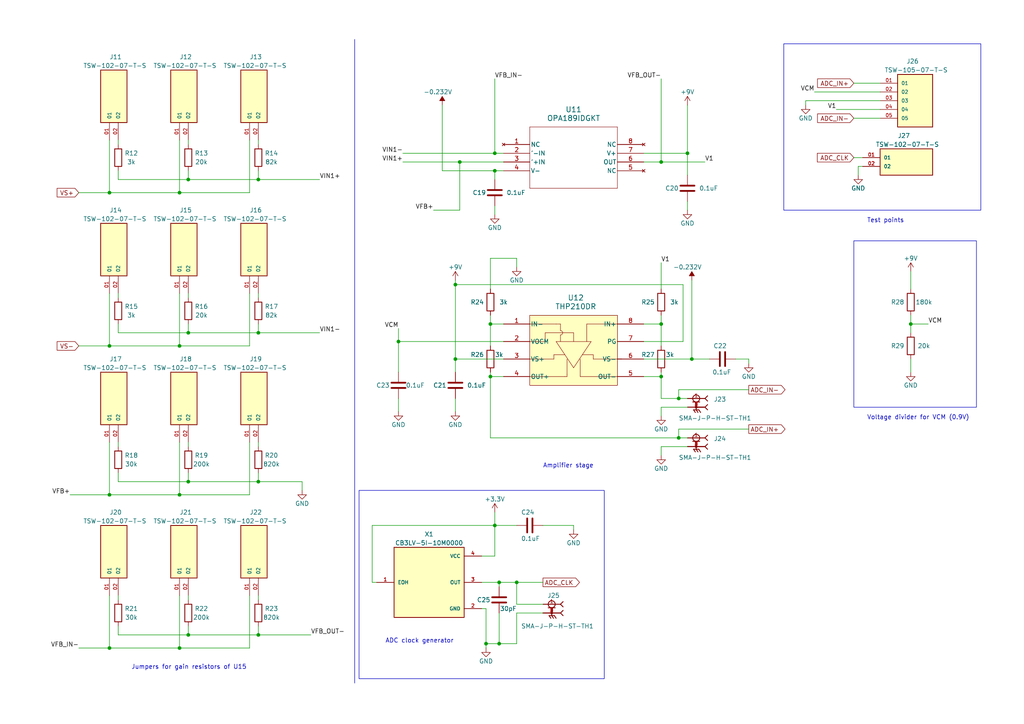
<source format=kicad_sch>
(kicad_sch (version 20231120) (generator "eeschema") (generator_version "8.0")
  (paper "A4")
  (title_block (title "Analog Front End") (date "2024-03-05") (rev "1") (comment 1 "Part of the board dedicated to analog signal processing"))
  (lib_symbols
    (symbol "-0.232V_1" (power) (pin_names (offset 0))
      (property "Value" "-0.232V_1" (at 0 3.81 0))
      (symbol "-0.232V_1_0_1"
        (polyline (pts (xy 0 0) (xy 0 1.27) (xy 0.762 1.27) (xy 0 2.54) (xy -0.762 1.27) (xy 0 1.27)) (fill (type outline)))
      )
      (symbol "-0.232V_1_1_0"
        (pin power_in line (at 0 0 90) (length 0) hide (name "-0.232V") (number "1"))
      )
    )
    (symbol "CB3LV-5I-10M0000:CB3LV-5I-10M0000" (pin_names (offset 1.016))
      (property "Reference" "X" (at -10.1728 10.8086 0))
      (property "Value" "CB3LV-5I-10M0000" (at -10.1735 -12.081 0))
      (symbol "CB3LV-5I-10M0000_0_0"
        (rectangle (start -10.16 10.16) (end 10.16 -10.16) (stroke (width 0.254)) (fill (type background)))
        (pin input line (at -15.24 0 0) (length 5.08) (name "EOH") (number "1"))
        (pin passive line (at 15.24 -7.62 180) (length 5.08) (name "GND") (number "2"))
        (pin output line (at 15.24 0 180) (length 5.08) (name "OUT") (number "3"))
        (pin power_in line (at 15.24 7.62 180) (length 5.08) (name "VCC") (number "4"))
      )
    )
    (symbol "Device:C" (pin_numbers hide) (pin_names (offset 0.254))
      (property "Reference" "C" (at 0.635 2.54 0))
      (property "Value" "C" (at 0.635 -2.54 0))
      (symbol "C_0_1"
        (polyline (pts (xy -2.032 -0.762) (xy 2.032 -0.762)) (stroke (width 0.508)))
        (polyline (pts (xy -2.032 0.762) (xy 2.032 0.762)) (stroke (width 0.508)))
      )
      (symbol "C_1_1"
        (pin passive line (at 0 3.81 270) (length 2.794) (name "~") (number "1"))
        (pin passive line (at 0 -3.81 90) (length 2.794) (name "~") (number "2"))
      )
    )
    (symbol "Device:R" (pin_numbers hide) (pin_names (offset 0))
      (property "Reference" "R" (at 2.032 0 90))
      (property "Value" "R" (at 0 0 90))
      (symbol "R_0_1"
        (rectangle (start -1.016 -2.54) (end 1.016 2.54) (stroke (width 0.254)))
      )
      (symbol "R_1_1"
        (pin passive line (at 0 3.81 270) (length 1.27) (name "~") (number "1"))
        (pin passive line (at 0 -3.81 90) (length 1.27) (name "~") (number "2"))
      )
    )
    (symbol "OPA189DKGT:OPA189IDGKT" (pin_names (offset 0.254))
      (property "Reference" "U" (at 20.32 10.16 0))
      (property "Value" "OPA189IDGKT" (at 20.32 7.62 0))
      (symbol "OPA189IDGKT_0_1"
        (polyline (pts (xy 7.62 -12.7) (xy 33.02 -12.7)) (stroke (width 0.127)))
        (polyline (pts (xy 7.62 5.08) (xy 7.62 -12.7)) (stroke (width 0.127)))
        (polyline (pts (xy 33.02 -12.7) (xy 33.02 5.08)) (stroke (width 0.127)))
        (polyline (pts (xy 33.02 5.08) (xy 7.62 5.08)) (stroke (width 0.127)))
        (pin no_connect line (at 0 0 0) (length 7.62) (name "NC") (number "1"))
        (pin input line (at 0 -2.54 0) (length 7.62) (name "'-IN") (number "2"))
        (pin input line (at 0 -5.08 0) (length 7.62) (name "'+IN") (number "3"))
        (pin power_in line (at 0 -7.62 0) (length 7.62) (name "V-") (number "4"))
        (pin no_connect line (at 40.64 -7.62 180) (length 7.62) (name "NC") (number "5"))
        (pin output line (at 40.64 -5.08 180) (length 7.62) (name "OUT") (number "6"))
        (pin power_in line (at 40.64 -2.54 180) (length 7.62) (name "V+") (number "7"))
        (pin no_connect line (at 40.64 0 180) (length 7.62) (name "NC") (number "8"))
      )
    )
    (symbol "SMA-J-P-H-ST-TH1:SMA-J-P-H-ST-TH1" (pin_names (offset 1.016))
      (property "Reference" "J" (at -3.81 4.064 0))
      (property "Value" "SMA-J-P-H-ST-TH1" (at -4.064 -4.318 0))
      (symbol "SMA-J-P-H-ST-TH1_0_0"
        (polyline (pts (xy -3.302 -0.762) (xy -2.54 0)) (stroke (width 0.254)))
        (polyline (pts (xy -3.302 0.762) (xy -2.54 0)) (stroke (width 0.254)))
        (polyline (pts (xy -3.302 1.778) (xy -2.54 2.54)) (stroke (width 0.254)))
        (polyline (pts (xy -3.302 3.302) (xy -2.54 2.54)) (stroke (width 0.254)))
        (polyline (pts (xy -2.54 0) (xy 0 0)) (stroke (width 0.254)))
        (polyline (pts (xy -2.54 2.54) (xy 2.54 2.54)) (stroke (width 0.254)))
        (polyline (pts (xy -1.016 1.524) (xy 0 1.524)) (stroke (width 0.254)))
        (polyline (pts (xy -0.762 -0.762) (xy -1.27 -1.524)) (stroke (width 0.254)))
        (polyline (pts (xy 0 -0.762) (xy -0.762 -0.762)) (stroke (width 0.254)))
        (polyline (pts (xy 0 -0.762) (xy -0.508 -1.524)) (stroke (width 0.254)))
        (polyline (pts (xy 0 -0.762) (xy 0.762 -0.762)) (stroke (width 0.254)))
        (polyline (pts (xy 0 0) (xy -2.286 0)) (stroke (width 0.254)))
        (polyline (pts (xy 0 0) (xy 0 -0.762)) (stroke (width 0.254)))
        (polyline (pts (xy 0 1.524) (xy 0 0)) (stroke (width 0.254)))
        (polyline (pts (xy 0 1.524) (xy 1.016 1.524)) (stroke (width 0.254)))
        (polyline (pts (xy 0.762 -0.762) (xy 0.254 -1.524)) (stroke (width 0.254)))
        (polyline (pts (xy 2.54 0) (xy 0 0)) (stroke (width 0.254)))
        (circle (center 0 0) (radius 0.254) (stroke (width 0.254)))
        (circle (center 0 2.54) (radius 1.016) (stroke (width 0.254)))
        (pin passive line (at 2.54 2.54 180) (length 5.08) (name "~") (number "1"))
        (pin passive line (at 2.54 0 180) (length 5.08) (name "~") (number "2"))
        (pin passive line (at 2.54 0 180) (length 5.08) (name "~") (number "3"))
        (pin passive line (at 2.54 0 180) (length 5.08) (name "~") (number "4"))
        (pin passive line (at 2.54 0 180) (length 5.08) (name "~") (number "5"))
      )
    )
    (symbol "THP210DR:THP210DR" (pin_names (offset 0.254))
      (property "Reference" "U" (at 20.32 7.62 0))
      (property "Value" "THP210DR" (at 20.32 5.08 0))
      (symbol "THP210DR_0_1"
        (polyline (pts (xy 7.62 -15.24) (xy 17.78 -15.24)) (stroke (width 0.127)))
        (polyline (pts (xy 7.62 -10.16) (xy 14.605 -10.16)) (stroke (width 0.127)))
        (polyline (pts (xy 7.62 -5.08) (xy 12.065 -5.08)) (stroke (width 0.127)))
        (polyline (pts (xy 7.62 0) (xy 8.255 0)) (stroke (width 0.127)))
        (polyline (pts (xy 8.255 0) (xy 15.24 0)) (stroke (width 0.127)))
        (polyline (pts (xy 12.065 -5.08) (xy 12.065 -2.54)) (stroke (width 0.127)))
        (polyline (pts (xy 12.065 -2.54) (xy 20.32 -2.54)) (stroke (width 0.127)))
        (polyline (pts (xy 14.605 -10.16) (xy 14.605 -8.89)) (stroke (width 0.127)))
        (polyline (pts (xy 14.605 -8.89) (xy 17.78 -8.89)) (stroke (width 0.127)))
        (polyline (pts (xy 15.24 -5.08) (xy 20.32 -12.7)) (stroke (width 0.127)))
        (polyline (pts (xy 15.24 -5.08) (xy 25.4 -5.08)) (stroke (width 0.127)))
        (polyline (pts (xy 15.24 0) (xy 16.51 0)) (stroke (width 0.127)))
        (polyline (pts (xy 16.51 -3.175) (xy 16.51 -5.08)) (stroke (width 0.127)))
        (polyline (pts (xy 16.51 0) (xy 16.51 -1.905)) (stroke (width 0.127)))
        (polyline (pts (xy 18.415 -15.24) (xy 17.78 -15.24)) (stroke (width 0.127)))
        (polyline (pts (xy 18.415 -14.605) (xy 18.415 -15.24)) (stroke (width 0.127)))
        (polyline (pts (xy 18.415 -14.605) (xy 18.415 -10.16)) (stroke (width 0.127)))
        (polyline (pts (xy 20.32 -12.7) (xy 25.4 -5.08)) (stroke (width 0.127)))
        (polyline (pts (xy 20.32 -2.54) (xy 20.32 -5.08)) (stroke (width 0.127)))
        (polyline (pts (xy 22.225 -15.24) (xy 22.225 -10.16)) (stroke (width 0.127)))
        (polyline (pts (xy 22.86 -8.89) (xy 25.4 -8.89)) (stroke (width 0.127)))
        (polyline (pts (xy 24.13 0) (xy 24.13 -5.08)) (stroke (width 0.127)))
        (polyline (pts (xy 25.4 -8.89) (xy 26.035 -8.89)) (stroke (width 0.127)))
        (polyline (pts (xy 26.035 -10.16) (xy 34.29 -10.16)) (stroke (width 0.127)))
        (polyline (pts (xy 26.035 -8.89) (xy 26.035 -10.16)) (stroke (width 0.127)))
        (polyline (pts (xy 33.02 -15.24) (xy 22.225 -15.24)) (stroke (width 0.127)))
        (polyline (pts (xy 33.02 0) (xy 24.13 0)) (stroke (width 0.127)))
        (arc (start 16.51 -3.175) (mid 17.1423 -2.54) (end 16.51 -1.905) (stroke (width 0.127)))
        (pin input line (at 0 0 0) (length 7.62) (name "IN-") (number "1"))
        (pin unspecified line (at 0 -5.08 0) (length 7.62) (name "VOCM") (number "2"))
        (pin unspecified line (at 0 -10.16 0) (length 7.62) (name "VS+") (number "3"))
        (pin output line (at 0 -15.24 0) (length 7.62) (name "OUT+") (number "4"))
        (pin output line (at 40.64 -15.24 180) (length 7.62) (name "OUT-") (number "5"))
        (pin unspecified line (at 40.64 -10.16 180) (length 7.62) (name "VS-") (number "6"))
        (pin unspecified line (at 40.64 -5.08 180) (length 7.62) (name "PG") (number "7"))
        (pin input line (at 40.64 0 180) (length 7.62) (name "IN+") (number "8"))
      )
      (symbol "THP210DR_1_1"
        (rectangle (start 7.62 2.54) (end 33.02 -17.78) (fill (type background)))
      )
    )
    (symbol "TSW-102-07-T-S:TSW-102-07-T-S" (pin_names (offset 1.016))
      (property "Reference" "J" (at -8.12 5.08 0))
      (property "Value" "TSW-102-07-T-S" (at -7.62 -5.08 0))
      (symbol "TSW-102-07-T-S_0_0"
        (rectangle (start -7.62 -2.54) (end 7.62 5.08) (stroke (width 0.254)) (fill (type background)))
        (pin passive line (at -12.7 2.54 0) (length 5.08) (name "01") (number "01"))
        (pin passive line (at -12.7 0 0) (length 5.08) (name "02") (number "02"))
      )
    )
    (symbol "TSW-102-07-T-S_1" (pin_names (offset 1.016))
      (property "Reference" "J" (at -8.12 5.08 0))
      (property "Value" "TSW-102-07-T-S" (at -7.62 -5.08 0))
      (symbol "TSW-102-07-T-S_1_0_0"
        (rectangle (start -7.62 -2.54) (end 7.62 5.08) (stroke (width 0.254)) (fill (type background)))
        (pin passive line (at -12.7 2.54 0) (length 5.08) (name "01") (number "01"))
        (pin passive line (at -12.7 0 0) (length 5.08) (name "02") (number "02"))
      )
    )
    (symbol "TSW-105-07-T-S:TSW-105-07-T-S" (pin_names (offset 1.016))
      (property "Reference" "J" (at -5.08 8.382 0))
      (property "Value" "TSW-105-07-T-S" (at -5.08 -10.16 0))
      (symbol "TSW-105-07-T-S_0_0"
        (rectangle (start -5.08 -7.62) (end 5.08 7.62) (stroke (width 0.254)) (fill (type background)))
        (pin passive line (at -10.16 5.08 0) (length 5.08) (name "01") (number "01"))
        (pin passive line (at -10.16 2.54 0) (length 5.08) (name "02") (number "02"))
        (pin passive line (at -10.16 0 0) (length 5.08) (name "03") (number "03"))
        (pin passive line (at -10.16 -2.54 0) (length 5.08) (name "04") (number "04"))
        (pin passive line (at -10.16 -5.08 0) (length 5.08) (name "05") (number "05"))
      )
    )
    (symbol "power:+3.3V" (power) (pin_names (offset 0))
      (property "Value" "+3.3V" (at 0 3.556 0))
      (symbol "+3.3V_0_1"
        (polyline (pts (xy -0.762 1.27) (xy 0 2.54)))
        (polyline (pts (xy 0 0) (xy 0 2.54)))
        (polyline (pts (xy 0 2.54) (xy 0.762 1.27)))
      )
      (symbol "+3.3V_1_1"
        (pin power_in line (at 0 0 90) (length 0) hide (name "+3.3V") (number "1"))
      )
    )
    (symbol "power:+9V" (power) (pin_names (offset 0))
      (property "Value" "+9V" (at 0 3.556 0))
      (symbol "+9V_0_1"
        (polyline (pts (xy -0.762 1.27) (xy 0 2.54)))
        (polyline (pts (xy 0 0) (xy 0 2.54)))
        (polyline (pts (xy 0 2.54) (xy 0.762 1.27)))
      )
      (symbol "+9V_1_1"
        (pin power_in line (at 0 0 90) (length 0) hide (name "+9V") (number "1"))
      )
    )
    (symbol "power:GND" (power) (pin_names (offset 0))
      (property "Value" "GND" (at 0 -3.81 0))
      (symbol "GND_0_1"
        (polyline (pts (xy 0 0) (xy 0 -1.27) (xy 1.27 -1.27) (xy 0 -2.54) (xy -1.27 -1.27) (xy 0 -1.27)))
      )
      (symbol "GND_1_1"
        (pin power_in line (at 0 0 270) (length 0) hide (name "GND") (number "1"))
      )
    )
  )
  (junction (at 133.35 46.99))
  (junction (at 31.75 100.33))
  (junction (at 31.75 187.96))
  (junction (at 191.77 93.98))
  (junction (at 199.39 44.45))
  (junction (at 132.08 104.14))
  (junction (at 149.86 168.91))
  (junction (at 54.61 52.07))
  (junction (at 54.61 96.52))
  (junction (at 143.51 49.53))
  (junction (at 74.93 52.07))
  (junction (at 191.77 46.99))
  (junction (at 74.93 96.52))
  (junction (at 143.51 44.45))
  (junction (at 191.77 109.22))
  (junction (at 143.51 152.4))
  (junction (at 144.78 186.69))
  (junction (at 142.24 109.22))
  (junction (at 142.24 93.98))
  (junction (at 140.97 186.69))
  (junction (at 264.16 93.98))
  (junction (at 52.07 55.88))
  (junction (at 54.61 139.7))
  (junction (at 132.08 82.55))
  (junction (at 52.07 187.96))
  (junction (at 74.93 184.15))
  (junction (at 52.07 143.51))
  (junction (at 52.07 100.33))
  (junction (at 31.75 143.51))
  (junction (at 200.66 104.14))
  (junction (at 31.75 55.88))
  (junction (at 144.78 168.91))
  (junction (at 196.85 115.57))
  (junction (at 74.93 139.7))
  (junction (at 196.85 127))
  (junction (at 115.57 99.06))
  (junction (at 54.61 184.15))
  (wire (pts (xy 157.48 152.4) (xy 166.37 152.4)))
  (wire (pts (xy 143.51 152.4) (xy 143.51 148.59)))
  (wire (pts (xy 31.75 85.09) (xy 31.75 100.33)))
  (wire (pts (xy 54.61 173.99) (xy 54.61 172.72)))
  (wire (pts (xy 199.39 129.54) (xy 191.77 129.54)))
  (wire (pts (xy 247.65 34.29) (xy 255.27 34.29)))
  (wire (pts (xy 191.77 76.2) (xy 191.77 83.82)))
  (wire (pts (xy 149.86 74.93) (xy 149.86 77.47)))
  (wire (pts (xy 74.93 49.53) (xy 74.93 52.07)))
  (wire (pts (xy 52.07 55.88) (xy 31.75 55.88)))
  (wire (pts (xy 142.24 107.95) (xy 142.24 109.22)))
  (wire (pts (xy 217.17 113.03) (xy 196.85 113.03)))
  (wire (pts (xy 74.93 86.36) (xy 74.93 85.09)))
  (wire (pts (xy 196.85 115.57) (xy 199.39 115.57)))
  (wire (pts (xy 186.69 109.22) (xy 191.77 109.22)))
  (wire (pts (xy 52.07 187.96) (xy 31.75 187.96)))
  (wire (pts (xy 31.75 172.72) (xy 31.75 187.96)))
  (wire (pts (xy 199.39 58.42) (xy 199.39 60.96)))
  (wire (pts (xy 115.57 115.57) (xy 115.57 119.38)))
  (wire (pts (xy 142.24 127) (xy 196.85 127)))
  (wire (pts (xy 139.7 168.91) (xy 144.78 168.91)))
  (wire (pts (xy 157.48 168.91) (xy 149.86 168.91)))
  (wire (pts (xy 247.65 45.72) (xy 250.19 45.72)))
  (wire (pts (xy 34.29 184.15) (xy 54.61 184.15)))
  (wire (pts (xy 52.07 172.72) (xy 52.07 187.96)))
  (wire (pts (xy 87.63 139.7) (xy 87.63 142.24)))
  (wire (pts (xy 196.85 113.03) (xy 196.85 115.57)))
  (wire (pts (xy 149.86 175.26) (xy 157.48 175.26)))
  (wire (pts (xy 132.08 81.28) (xy 132.08 82.55)))
  (wire (pts (xy 143.51 49.53) (xy 143.51 52.07)))
  (wire (pts (xy 74.93 129.54) (xy 74.93 128.27)))
  (wire (pts (xy 72.39 128.27) (xy 72.39 143.51)))
  (wire (pts (xy 34.29 49.53) (xy 34.29 52.07)))
  (wire (pts (xy 264.16 104.14) (xy 264.16 107.95)))
  (wire (pts (xy 34.29 93.98) (xy 34.29 96.52)))
  (wire (pts (xy 74.93 181.61) (xy 74.93 184.15)))
  (wire (pts (xy 54.61 86.36) (xy 54.61 85.09)))
  (wire (pts (xy 72.39 55.88) (xy 52.07 55.88)))
  (wire (pts (xy 52.07 85.09) (xy 52.07 100.33)))
  (wire (pts (xy 200.66 104.14) (xy 205.74 104.14)))
  (wire (pts (xy 72.39 187.96) (xy 52.07 187.96)))
  (wire (pts (xy 34.29 129.54) (xy 34.29 128.27)))
  (wire (pts (xy 128.27 49.53) (xy 143.51 49.53)))
  (wire (pts (xy 74.93 52.07) (xy 92.71 52.07)))
  (wire (pts (xy 199.39 118.11) (xy 191.77 118.11)))
  (wire (pts (xy 140.97 176.53) (xy 140.97 186.69)))
  (wire (pts (xy 54.61 52.07) (xy 74.93 52.07)))
  (wire (pts (xy 128.27 30.48) (xy 128.27 49.53)))
  (wire (pts (xy 149.86 177.8) (xy 149.86 186.69)))
  (wire (pts (xy 143.51 161.29) (xy 139.7 161.29)))
  (wire (pts (xy 132.08 104.14) (xy 146.05 104.14)))
  (wire (pts (xy 199.39 44.45) (xy 199.39 30.48)))
  (wire (pts (xy 213.36 104.14) (xy 217.17 104.14)))
  (wire (pts (xy 264.16 83.82) (xy 264.16 78.74)))
  (wire (pts (xy 149.86 186.69) (xy 144.78 186.69)))
  (wire (pts (xy 191.77 100.33) (xy 191.77 93.98)))
  (wire (pts (xy 191.77 93.98) (xy 191.77 91.44)))
  (wire (pts (xy 191.77 46.99) (xy 204.47 46.99)))
  (wire (pts (xy 52.07 100.33) (xy 31.75 100.33)))
  (wire (pts (xy 109.22 168.91) (xy 107.95 168.91)))
  (wire (pts (xy 72.39 40.64) (xy 72.39 55.88)))
  (wire (pts (xy 143.51 49.53) (xy 146.05 49.53)))
  (wire (pts (xy 255.27 29.21) (xy 233.68 29.21)))
  (wire (pts (xy 191.77 118.11) (xy 191.77 120.65)))
  (wire (pts (xy 74.93 96.52) (xy 92.71 96.52)))
  (wire (pts (xy 115.57 99.06) (xy 146.05 99.06)))
  (wire (pts (xy 236.22 26.67) (xy 255.27 26.67)))
  (wire (pts (xy 54.61 93.98) (xy 54.61 96.52)))
  (wire (pts (xy 142.24 93.98) (xy 142.24 91.44)))
  (wire (pts (xy 107.95 152.4) (xy 107.95 168.91)))
  (wire (pts (xy 31.75 40.64) (xy 31.75 55.88)))
  (polyline (pts (xy 102.87 11.43) (xy 102.87 198.12)))
  (wire (pts (xy 144.78 168.91) (xy 144.78 170.18)))
  (wire (pts (xy 248.92 48.26) (xy 248.92 50.8)))
  (wire (pts (xy 132.08 107.95) (xy 132.08 104.14)))
  (wire (pts (xy 143.51 59.69) (xy 143.51 62.23)))
  (wire (pts (xy 74.93 41.91) (xy 74.93 40.64)))
  (wire (pts (xy 125.73 60.96) (xy 133.35 60.96)))
  (wire (pts (xy 191.77 109.22) (xy 191.77 115.57)))
  (wire (pts (xy 54.61 181.61) (xy 54.61 184.15)))
  (wire (pts (xy 54.61 184.15) (xy 74.93 184.15)))
  (wire (pts (xy 143.51 152.4) (xy 143.51 161.29)))
  (wire (pts (xy 107.95 152.4) (xy 143.51 152.4)))
  (wire (pts (xy 217.17 104.14) (xy 217.17 105.41)))
  (wire (pts (xy 142.24 109.22) (xy 142.24 127)))
  (wire (pts (xy 54.61 96.52) (xy 74.93 96.52)))
  (wire (pts (xy 149.86 168.91) (xy 149.86 175.26)))
  (wire (pts (xy 186.69 104.14) (xy 200.66 104.14)))
  (wire (pts (xy 52.07 143.51) (xy 31.75 143.51)))
  (wire (pts (xy 196.85 124.46) (xy 196.85 127)))
  (wire (pts (xy 143.51 22.86) (xy 143.51 44.45)))
  (wire (pts (xy 242.57 31.75) (xy 255.27 31.75)))
  (wire (pts (xy 142.24 74.93) (xy 149.86 74.93)))
  (wire (pts (xy 34.29 137.16) (xy 34.29 139.7)))
  (wire (pts (xy 250.19 48.26) (xy 248.92 48.26)))
  (wire (pts (xy 54.61 137.16) (xy 54.61 139.7)))
  (wire (pts (xy 196.85 127) (xy 199.39 127)))
  (wire (pts (xy 54.61 41.91) (xy 54.61 40.64)))
  (wire (pts (xy 22.86 55.88) (xy 31.75 55.88)))
  (wire (pts (xy 72.39 100.33) (xy 52.07 100.33)))
  (wire (pts (xy 144.78 186.69) (xy 140.97 186.69)))
  (wire (pts (xy 191.77 115.57) (xy 196.85 115.57)))
  (wire (pts (xy 34.29 86.36) (xy 34.29 85.09)))
  (wire (pts (xy 157.48 177.8) (xy 149.86 177.8)))
  (wire (pts (xy 34.29 139.7) (xy 54.61 139.7)))
  (wire (pts (xy 132.08 82.55) (xy 198.12 82.55)))
  (wire (pts (xy 144.78 177.8) (xy 144.78 186.69)))
  (wire (pts (xy 54.61 139.7) (xy 74.93 139.7)))
  (wire (pts (xy 217.17 124.46) (xy 196.85 124.46)))
  (wire (pts (xy 133.35 46.99) (xy 146.05 46.99)))
  (wire (pts (xy 191.77 107.95) (xy 191.77 109.22)))
  (wire (pts (xy 72.39 85.09) (xy 72.39 100.33)))
  (wire (pts (xy 146.05 109.22) (xy 142.24 109.22)))
  (wire (pts (xy 198.12 99.06) (xy 198.12 82.55)))
  (wire (pts (xy 139.7 176.53) (xy 140.97 176.53)))
  (wire (pts (xy 191.77 129.54) (xy 191.77 132.08)))
  (wire (pts (xy 186.69 93.98) (xy 191.77 93.98)))
  (wire (pts (xy 186.69 44.45) (xy 199.39 44.45)))
  (wire (pts (xy 264.16 91.44) (xy 264.16 93.98)))
  (wire (pts (xy 132.08 82.55) (xy 132.08 104.14)))
  (wire (pts (xy 143.51 44.45) (xy 146.05 44.45)))
  (wire (pts (xy 74.93 184.15) (xy 90.17 184.15)))
  (wire (pts (xy 20.32 143.51) (xy 31.75 143.51)))
  (wire (pts (xy 72.39 172.72) (xy 72.39 187.96)))
  (wire (pts (xy 143.51 152.4) (xy 149.86 152.4)))
  (wire (pts (xy 142.24 93.98) (xy 146.05 93.98)))
  (wire (pts (xy 142.24 93.98) (xy 142.24 100.33)))
  (wire (pts (xy 74.93 137.16) (xy 74.93 139.7)))
  (wire (pts (xy 74.93 93.98) (xy 74.93 96.52)))
  (wire (pts (xy 115.57 95.25) (xy 115.57 99.06)))
  (wire (pts (xy 22.86 100.33) (xy 31.75 100.33)))
  (wire (pts (xy 34.29 181.61) (xy 34.29 184.15)))
  (wire (pts (xy 54.61 129.54) (xy 54.61 128.27)))
  (wire (pts (xy 264.16 93.98) (xy 264.16 96.52)))
  (wire (pts (xy 34.29 52.07) (xy 54.61 52.07)))
  (wire (pts (xy 264.16 93.98) (xy 269.24 93.98)))
  (wire (pts (xy 200.66 81.28) (xy 200.66 104.14)))
  (wire (pts (xy 199.39 44.45) (xy 199.39 50.8)))
  (wire (pts (xy 233.68 29.21) (xy 233.68 30.48)))
  (wire (pts (xy 22.86 187.96) (xy 31.75 187.96)))
  (wire (pts (xy 166.37 152.4) (xy 166.37 153.67)))
  (wire (pts (xy 34.29 96.52) (xy 54.61 96.52)))
  (wire (pts (xy 186.69 99.06) (xy 198.12 99.06)))
  (wire (pts (xy 115.57 99.06) (xy 115.57 107.95)))
  (wire (pts (xy 140.97 186.69) (xy 140.97 187.96)))
  (wire (pts (xy 133.35 60.96) (xy 133.35 46.99)))
  (wire (pts (xy 54.61 49.53) (xy 54.61 52.07)))
  (wire (pts (xy 34.29 173.99) (xy 34.29 172.72)))
  (wire (pts (xy 132.08 115.57) (xy 132.08 119.38)))
  (wire (pts (xy 142.24 83.82) (xy 142.24 74.93)))
  (wire (pts (xy 186.69 46.99) (xy 191.77 46.99)))
  (wire (pts (xy 31.75 128.27) (xy 31.75 143.51)))
  (wire (pts (xy 191.77 22.86) (xy 191.77 46.99)))
  (wire (pts (xy 74.93 173.99) (xy 74.93 172.72)))
  (wire (pts (xy 52.07 128.27) (xy 52.07 143.51)))
  (wire (pts (xy 116.84 46.99) (xy 133.35 46.99)))
  (wire (pts (xy 144.78 168.91) (xy 149.86 168.91)))
  (wire (pts (xy 72.39 143.51) (xy 52.07 143.51)))
  (wire (pts (xy 74.93 139.7) (xy 87.63 139.7)))
  (wire (pts (xy 247.65 24.13) (xy 255.27 24.13)))
  (wire (pts (xy 34.29 41.91) (xy 34.29 40.64)))
  (wire (pts (xy 52.07 40.64) (xy 52.07 55.88)))
  (wire (pts (xy 116.84 44.45) (xy 143.51 44.45)))
  (rectangle (start 227.33 12.7) (end 284.48 60.96))
  (rectangle (start 104.14 142.24) (end 175.26 196.85))
  (rectangle (start 247.65 69.85) (end 283.21 118.11))
  (text "Amplifier stage" (at 157.48 135.89 0) (effects (font (size 1.27 1.27)) (justify left bottom)))
  (text "Jumpers for gain resistors of U15" (at 38.1 194.31 0) (effects (font (size 1.27 1.27)) (justify left bottom)))
  (text "ADC clock generator" (at 111.76 186.69 0) (effects (font (size 1.27 1.27)) (justify left bottom)))
  (text "Voltage divider for VCM (0.9V)" (at 251.46 121.92 0) (effects (font (size 1.27 1.27)) (justify left bottom)))
  (text "Test points" (at 251.46 64.77 0) (effects (font (size 1.27 1.27)) (justify left bottom)))
  (label "VIN1-" (at 92.71 96.52 0))
  (label "VCM" (at 236.22 26.67 180))
  (label "VFB+" (at 125.73 60.96 180))
  (label "V1" (at 204.47 46.99 0))
  (label "VFB+" (at 20.32 143.51 180))
  (label "VFB_IN-" (at 143.51 22.86 0))
  (label "VIN1-" (at 116.84 44.45 180))
  (label "VFB_IN-" (at 22.86 187.96 180))
  (label "VIN1+" (at 92.71 52.07 0))
  (label "V1" (at 242.57 31.75 180))
  (label "VFB_OUT-" (at 90.17 184.15 0))
  (label "VCM" (at 115.57 95.25 180))
  (label "V1" (at 191.77 76.2 0))
  (label "VCM" (at 269.24 93.98 0))
  (label "VFB_OUT-" (at 191.77 22.86 180))
  (label "VIN1+" (at 116.84 46.99 180))
  (global_label "ADC_IN-" (shape input) (at 247.65 34.29 180) (property "Intersheetrefs" "${INTERSHEET_REFS}" (effects (hide yes))))
  (global_label "VS+" (shape input) (at 22.86 55.88 180) (property "Intersheetrefs" "${INTERSHEET_REFS}" (effects (hide yes))))
  (global_label "ADC_IN+" (shape input) (at 247.65 24.13 180) (property "Intersheetrefs" "${INTERSHEET_REFS}" (effects (hide yes))))
  (global_label "ADC_CLK" (shape output) (at 157.48 168.91 0) (property "Intersheetrefs" "${INTERSHEET_REFS}" (effects (hide yes))))
  (global_label "ADC_IN-" (shape output) (at 217.17 113.03 0) (property "Intersheetrefs" "${INTERSHEET_REFS}" (effects (hide yes))))
  (global_label "VS-" (shape input) (at 22.86 100.33 180) (property "Intersheetrefs" "${INTERSHEET_REFS}" (effects (hide yes))))
  (global_label "ADC_CLK" (shape input) (at 247.65 45.72 180) (property "Intersheetrefs" "${INTERSHEET_REFS}" (effects (hide yes))))
  (global_label "ADC_IN+" (shape output) (at 217.17 124.46 0) (property "Intersheetrefs" "${INTERSHEET_REFS}" (effects (hide yes))))
  (symbol (lib_name "TSW-102-07-T-S_1") (lib_id "TSW-102-07-T-S:TSW-102-07-T-S") (at 34.29 115.57 90) (unit 1)
    (property "Reference" "J17" (at 31.75 104.14 90) (effects (justify right)))
    (property "Value" "TSW-102-07-T-S" (at 24.13 106.68 90) (effects (justify right)))
    (property "Footprint" "jibiri:TSW-102-07-T-S" (effects (hide yes)))
    (property "PARTREV" "R" (effects (hide yes)))
    (property "STANDARD" "Manufacturer Recommendations" (effects (hide yes)))
    (property "MANUFACTURER" "Samtec" (effects (hide yes)))
  )
  (symbol (lib_id "Device:R") (at 34.29 45.72 0) (unit 1)
    (property "Reference" "R12" (at 38.1 44.45 0))
    (property "Value" "3k" (at 38.1 46.99 0))
    (property "Footprint" "Resistor_SMD:R_1206_3216Metric_Pad1.30x1.75mm_HandSolder" (effects (hide yes)))
  )
  (symbol (lib_id "Device:R") (at 34.29 90.17 0) (unit 1)
    (property "Reference" "R15" (at 38.1 88.9 0))
    (property "Value" "3k" (at 38.1 91.44 0))
    (property "Footprint" "Resistor_SMD:R_1206_3216Metric_Pad1.30x1.75mm_HandSolder" (effects (hide yes)))
  )
  (symbol (lib_name "TSW-102-07-T-S_1") (lib_id "TSW-102-07-T-S:TSW-102-07-T-S") (at 54.61 160.02 90) (unit 1)
    (property "Reference" "J21" (at 52.07 148.59 90) (effects (justify right)))
    (property "Value" "TSW-102-07-T-S" (at 44.45 151.13 90) (effects (justify right)))
    (property "Footprint" "jibiri:TSW-102-07-T-S" (effects (hide yes)))
    (property "PARTREV" "R" (effects (hide yes)))
    (property "STANDARD" "Manufacturer Recommendations" (effects (hide yes)))
    (property "MANUFACTURER" "Samtec" (effects (hide yes)))
  )
  (symbol (lib_id "Device:R") (at 191.77 104.14 0) (unit 1)
    (property "Reference" "R27" (at 187.96 102.87 0))
    (property "Value" "3k" (at 194.31 102.87 0))
    (property "Footprint" "Resistor_SMD:R_1206_3216Metric_Pad1.30x1.75mm_HandSolder" (effects (hide yes)))
  )
  (symbol (lib_id "power:GND") (at 248.92 50.8 0) (unit 1)
    (property "Reference" "#PWR02" (effects (hide yes)))
    (property "Value" "GND" (at 248.92 54.61 0))
  )
  (symbol (lib_name "TSW-102-07-T-S_1") (lib_id "TSW-102-07-T-S:TSW-102-07-T-S") (at 74.93 72.39 90) (unit 1)
    (property "Reference" "J16" (at 72.39 60.96 90) (effects (justify right)))
    (property "Value" "TSW-102-07-T-S" (at 64.77 63.5 90) (effects (justify right)))
    (property "Footprint" "jibiri:TSW-102-07-T-S" (effects (hide yes)))
    (property "PARTREV" "R" (effects (hide yes)))
    (property "STANDARD" "Manufacturer Recommendations" (effects (hide yes)))
    (property "MANUFACTURER" "Samtec" (effects (hide yes)))
  )
  (symbol (lib_id "Device:R") (at 264.16 100.33 0) (unit 1)
    (property "Reference" "R29" (at 260.35 100.33 0))
    (property "Value" "20k" (at 267.97 100.33 0))
    (property "Footprint" "Resistor_SMD:R_1206_3216Metric_Pad1.30x1.75mm_HandSolder" (effects (hide yes)))
  )
  (symbol (lib_id "power:GND") (at 143.51 62.23 0) (unit 1)
    (property "Reference" "#PWR018" (effects (hide yes)))
    (property "Value" "GND" (at 143.51 66.04 0))
  )
  (symbol (lib_id "Device:R") (at 74.93 177.8 0) (unit 1)
    (property "Reference" "R23" (at 78.74 176.53 0))
    (property "Value" "820k" (at 78.74 179.07 0))
    (property "Footprint" "Resistor_SMD:R_1206_3216Metric_Pad1.30x1.75mm_HandSolder" (effects (hide yes)))
  )
  (symbol (lib_id "CB3LV-5I-10M0000:CB3LV-5I-10M0000") (at 124.46 168.91 0) (unit 1)
    (property "Reference" "X1" (at 124.46 154.94 0))
    (property "Value" "CB3LV-5I-10M0000" (at 124.46 157.48 0))
    (property "Footprint" "jibiri:CB3LV-5I-10M0000" (effects (hide yes)))
    (property "Description" "\n25MHz XO (Standard) HCMOS, TTL Oscillator 3.3V Enable/Disable 4-SMD, No Lead\n" (effects (hide yes)))
    (property "MF" "CTS Electronic Components" (effects (hide yes)))
    (property "Package" "SMD-4 CTS Electronic Components" (effects (hide yes)))
    (property "Price" "None" (effects (hide yes)))
    (property "Check_prices" "https://www.snapeda.com/parts/CB3LV-5I-25M0000/CTS+Electrocomponents/view-part/?ref=eda" (effects (hide yes)))
    (property "SnapEDA_Link" "https://www.snapeda.com/parts/CB3LV-5I-25M0000/CTS+Electrocomponents/view-part/?ref=snap" (effects (hide yes)))
    (property "MP" "CB3LV-5I-25M0000" (effects (hide yes)))
    (property "Purchase-URL" "https://www.snapeda.com/api/url_track_click_mouser/?unipart_id=4796941&manufacturer=CTS Electronic Components&part_name=CB3LV-5I-25M0000&search_term=cb3lv-5i" (effects (hide yes)))
    (property "Availability" "In Stock" (effects (hide yes)))
    (property "MANUFACTURER" "CTS Electronic Components" (effects (hide yes)))
  )
  (symbol (lib_id "SMA-J-P-H-ST-TH1:SMA-J-P-H-ST-TH1") (at 201.93 118.11 0) (mirror y) (unit 1)
    (property "Reference" "J23" (at 207.01 115.824 0) (effects (justify right)))
    (property "Value" "SMA-J-P-H-ST-TH1" (at 196.85 121.285 0) (effects (justify right)))
    (property "Footprint" "jibiri:SMA-J-P-H-ST-TH1" (effects (hide yes)))
    (property "Description" "\nSMA Connector Jack, Female Socket 50 Ohms Through Hole Solder\n" (effects (hide yes)))
    (property "MF" "Samtec" (effects (hide yes)))
    (property "DESCRIPTION" "SMA Connector Jack, Female Socket 50Ohm Through Hole Solder" (effects (hide yes)))
    (property "PACKAGE" "None" (effects (hide yes)))
    (property "PRICE" "None" (effects (hide yes)))
    (property "Package" "None" (effects (hide yes)))
    (property "Check_prices" "https://www.snapeda.com/parts/SMA-J-P-H-ST-TH1/Samtec+Inc./view-part/?ref=eda" (effects (hide yes)))
    (property "Price" "None" (effects (hide yes)))
    (property "SnapEDA_Link" "https://www.snapeda.com/parts/SMA-J-P-H-ST-TH1/Samtec+Inc./view-part/?ref=snap" (effects (hide yes)))
    (property "MP" "SMA-J-P-H-ST-TH1" (effects (hide yes)))
    (property "Purchase-URL" "https://www.snapeda.com/api/url_track_click_mouser/?unipart_id=134499&manufacturer=Samtec&part_name=SMA-J-P-H-ST-TH1&search_term=sma-j-p-h-st-th1" (effects (hide yes)))
    (property "Availability" "In Stock" (effects (hide yes)))
    (property "AVAILABILITY" "In Stock" (effects (hide yes)))
    (property "PURCHASE-URL" "https://pricing.snapeda.com/search/part/SMA-J-P-H-ST-TH1/?ref=eda" (effects (hide yes)))
  )
  (symbol (lib_id "Device:R") (at 54.61 45.72 0) (unit 1)
    (property "Reference" "R13" (at 58.42 44.45 0))
    (property "Value" "20k" (at 58.42 46.99 0))
    (property "Footprint" "Resistor_SMD:R_1206_3216Metric_Pad1.30x1.75mm_HandSolder" (effects (hide yes)))
  )
  (symbol (lib_id "THP210DR:THP210DR") (at 146.05 93.98 0) (unit 1)
    (property "Reference" "U12" (at 167.005 86.36 0) (effects (font (size 1.524 1.524))))
    (property "Value" "THP210DR" (at 167.005 88.9 0) (effects (font (size 1.524 1.524))))
    (property "Footprint" "jibiri:THP210DR" (effects (hide yes)))
    (property "Datasheet" "THP210DR" (effects (hide yes)))
  )
  (symbol (lib_id "TSW-102-07-T-S:TSW-102-07-T-S") (at 262.89 48.26 0) (unit 1)
    (property "Reference" "J27" (at 260.35 39.37 0) (effects (justify left)))
    (property "Value" "TSW-102-07-T-S" (at 254 41.91 0) (effects (justify left)))
    (property "Footprint" "jibiri:TSW-102-07-T-S" (effects (hide yes)))
    (property "PARTREV" "R" (effects (hide yes)))
    (property "STANDARD" "Manufacturer Recommendations" (effects (hide yes)))
    (property "MANUFACTURER" "Samtec" (effects (hide yes)))
  )
  (symbol (lib_name "TSW-102-07-T-S_1") (lib_id "TSW-102-07-T-S:TSW-102-07-T-S") (at 54.61 115.57 90) (unit 1)
    (property "Reference" "J18" (at 52.07 104.14 90) (effects (justify right)))
    (property "Value" "TSW-102-07-T-S" (at 44.45 106.68 90) (effects (justify right)))
    (property "Footprint" "jibiri:TSW-102-07-T-S" (effects (hide yes)))
    (property "PARTREV" "R" (effects (hide yes)))
    (property "STANDARD" "Manufacturer Recommendations" (effects (hide yes)))
    (property "MANUFACTURER" "Samtec" (effects (hide yes)))
  )
  (symbol (lib_id "Device:R") (at 34.29 133.35 0) (unit 1)
    (property "Reference" "R18" (at 38.1 132.08 0))
    (property "Value" "30k" (at 38.1 134.62 0))
    (property "Footprint" "Resistor_SMD:R_1206_3216Metric_Pad1.30x1.75mm_HandSolder" (effects (hide yes)))
  )
  (symbol (lib_id "power:GND") (at 140.97 187.96 0) (unit 1)
    (property "Reference" "#PWR025" (effects (hide yes)))
    (property "Value" "GND" (at 140.97 191.77 0))
  )
  (symbol (lib_name "-0.232V_1") (lib_id "power:-0.232V") (at 200.66 81.28 0) (unit 1)
    (property "Reference" "#PWR049" (effects (hide yes)))
    (property "Value" "-0.232V" (at 199.39 77.47 0))
  )
  (symbol (lib_id "Device:R") (at 54.61 177.8 0) (unit 1)
    (property "Reference" "R22" (at 58.42 176.53 0))
    (property "Value" "200k" (at 58.42 179.07 0))
    (property "Footprint" "Resistor_SMD:R_1206_3216Metric_Pad1.30x1.75mm_HandSolder" (effects (hide yes)))
  )
  (symbol (lib_id "Device:R") (at 142.24 87.63 0) (unit 1)
    (property "Reference" "R24" (at 138.43 87.63 0))
    (property "Value" "3k" (at 146.05 87.63 0))
    (property "Footprint" "Resistor_SMD:R_1206_3216Metric_Pad1.30x1.75mm_HandSolder" (effects (hide yes)))
  )
  (symbol (lib_id "power:GND") (at 115.57 119.38 0) (mirror y) (unit 1)
    (property "Reference" "#PWR017" (effects (hide yes)))
    (property "Value" "GND" (at 115.57 123.19 0))
  )
  (symbol (lib_id "Device:C") (at 153.67 152.4 270) (unit 1)
    (property "Reference" "C24" (at 151.13 148.59 90) (effects (justify left)))
    (property "Value" "0.1uF" (at 151.13 156.21 90) (effects (justify left)))
    (property "Footprint" "Capacitor_SMD:C_1206_3216Metric_Pad1.33x1.80mm_HandSolder" (effects (hide yes)))
  )
  (symbol (lib_name "TSW-102-07-T-S_1") (lib_id "TSW-102-07-T-S:TSW-102-07-T-S") (at 34.29 72.39 90) (unit 1)
    (property "Reference" "J14" (at 31.75 60.96 90) (effects (justify right)))
    (property "Value" "TSW-102-07-T-S" (at 24.13 63.5 90) (effects (justify right)))
    (property "Footprint" "jibiri:TSW-102-07-T-S" (effects (hide yes)))
    (property "PARTREV" "R" (effects (hide yes)))
    (property "STANDARD" "Manufacturer Recommendations" (effects (hide yes)))
    (property "MANUFACTURER" "Samtec" (effects (hide yes)))
  )
  (symbol (lib_name "TSW-102-07-T-S_1") (lib_id "TSW-102-07-T-S:TSW-102-07-T-S") (at 74.93 27.94 90) (unit 1)
    (property "Reference" "J13" (at 72.39 16.51 90) (effects (justify right)))
    (property "Value" "TSW-102-07-T-S" (at 64.77 19.05 90) (effects (justify right)))
    (property "Footprint" "jibiri:TSW-102-07-T-S" (effects (hide yes)))
    (property "PARTREV" "R" (effects (hide yes)))
    (property "STANDARD" "Manufacturer Recommendations" (effects (hide yes)))
    (property "MANUFACTURER" "Samtec" (effects (hide yes)))
  )
  (symbol (lib_id "power:+3.3V") (at 143.51 148.59 0) (unit 1)
    (property "Reference" "#PWR0103" (effects (hide yes)))
    (property "Value" "+3.3V" (at 143.51 144.78 0))
  )
  (symbol (lib_name "TSW-102-07-T-S_1") (lib_id "TSW-102-07-T-S:TSW-102-07-T-S") (at 34.29 27.94 90) (unit 1)
    (property "Reference" "J11" (at 31.75 16.51 90) (effects (justify right)))
    (property "Value" "TSW-102-07-T-S" (at 24.13 19.05 90) (effects (justify right)))
    (property "Footprint" "jibiri:TSW-102-07-T-S" (effects (hide yes)))
    (property "PARTREV" "R" (effects (hide yes)))
    (property "STANDARD" "Manufacturer Recommendations" (effects (hide yes)))
    (property "MANUFACTURER" "Samtec" (effects (hide yes)))
  )
  (symbol (lib_id "power:+9V") (at 132.08 81.28 0) (unit 1)
    (property "Reference" "#PWR048" (effects (hide yes)))
    (property "Value" "+9V" (at 132.08 77.47 0))
  )
  (symbol (lib_id "Device:C") (at 209.55 104.14 90) (unit 1)
    (property "Reference" "C22" (at 210.82 100.33 90) (effects (justify left)))
    (property "Value" "0.1uF" (at 212.09 107.95 90) (effects (justify left)))
    (property "Footprint" "Capacitor_SMD:C_1206_3216Metric_Pad1.33x1.80mm_HandSolder" (effects (hide yes)))
  )
  (symbol (lib_id "Device:R") (at 34.29 177.8 0) (unit 1)
    (property "Reference" "R21" (at 38.1 176.53 0))
    (property "Value" "30k" (at 38.1 179.07 0))
    (property "Footprint" "Resistor_SMD:R_1206_3216Metric_Pad1.30x1.75mm_HandSolder" (effects (hide yes)))
  )
  (symbol (lib_id "TSW-105-07-T-S:TSW-105-07-T-S") (at 265.43 29.21 0) (unit 1)
    (property "Reference" "J26" (at 262.89 17.78 0) (effects (justify left)))
    (property "Value" "TSW-105-07-T-S" (at 256.54 20.32 0) (effects (justify left)))
    (property "Footprint" "jibiri:TSW-105-07-T-S" (effects (hide yes)))
    (property "Description" "\nTSW - Samtec 2.54mm Pin Header 10.92mm Overall Pin Length (07)\n" (effects (hide yes)))
    (property "MF" "Samtec Inc." (effects (hide yes)))
    (property "DESCRIPTION" "TSW - Samtec 2.54mm Pin Header 10.92mm Overall Pin Length (07) - Fast Stock" (effects (hide yes)))
    (property "PACKAGE" "None" (effects (hide yes)))
    (property "PRICE" "None" (effects (hide yes)))
    (property "Package" "None" (effects (hide yes)))
    (property "Check_prices" "https://www.snapeda.com/parts/TSW-105-07-T-S/Samtec+Inc./view-part/?ref=eda" (effects (hide yes)))
    (property "Price" "None" (effects (hide yes)))
    (property "SnapEDA_Link" "https://www.snapeda.com/parts/TSW-105-07-T-S/Samtec+Inc./view-part/?ref=snap" (effects (hide yes)))
    (property "MP" "TSW-105-07-T-S" (effects (hide yes)))
    (property "Availability" "In Stock" (effects (hide yes)))
    (property "AVAILABILITY" "In Stock" (effects (hide yes)))
    (property "PURCHASE-URL" "https://pricing.snapeda.com/search/part/TSW-105-07-T-S/?ref=eda" (effects (hide yes)))
  )
  (symbol (lib_id "Device:R") (at 54.61 133.35 0) (unit 1)
    (property "Reference" "R19" (at 58.42 132.08 0))
    (property "Value" "200k" (at 58.42 134.62 0))
    (property "Footprint" "Resistor_SMD:R_1206_3216Metric_Pad1.30x1.75mm_HandSolder" (effects (hide yes)))
  )
  (symbol (lib_id "Device:C") (at 143.51 55.88 180) (unit 1)
    (property "Reference" "C19" (at 140.97 55.88 0) (effects (justify left)))
    (property "Value" "0.1uF" (at 152.4 55.88 0) (effects (justify left)))
    (property "Footprint" "Capacitor_SMD:C_1206_3216Metric_Pad1.33x1.80mm_HandSolder" (effects (hide yes)))
  )
  (symbol (lib_id "power:GND") (at 217.17 105.41 0) (unit 1)
    (property "Reference" "#PWR044" (effects (hide yes)))
    (property "Value" "GND" (at 217.17 109.22 0))
  )
  (symbol (lib_name "TSW-102-07-T-S_1") (lib_id "TSW-102-07-T-S:TSW-102-07-T-S") (at 54.61 72.39 90) (unit 1)
    (property "Reference" "J15" (at 52.07 60.96 90) (effects (justify right)))
    (property "Value" "TSW-102-07-T-S" (at 44.45 63.5 90) (effects (justify right)))
    (property "Footprint" "jibiri:TSW-102-07-T-S" (effects (hide yes)))
    (property "PARTREV" "R" (effects (hide yes)))
    (property "STANDARD" "Manufacturer Recommendations" (effects (hide yes)))
    (property "MANUFACTURER" "Samtec" (effects (hide yes)))
  )
  (symbol (lib_id "power:GND") (at 264.16 107.95 0) (mirror y) (unit 1)
    (property "Reference" "#PWR020" (effects (hide yes)))
    (property "Value" "GND" (at 264.16 111.76 0))
  )
  (symbol (lib_id "Device:R") (at 74.93 90.17 0) (unit 1)
    (property "Reference" "R17" (at 78.74 88.9 0))
    (property "Value" "82k" (at 78.74 91.44 0))
    (property "Footprint" "Resistor_SMD:R_1206_3216Metric_Pad1.30x1.75mm_HandSolder" (effects (hide yes)))
  )
  (symbol (lib_id "power:GND") (at 87.63 142.24 0) (unit 1)
    (property "Reference" "#PWR045" (effects (hide yes)))
    (property "Value" "GND" (at 87.63 146.05 0))
  )
  (symbol (lib_name "TSW-102-07-T-S_1") (lib_id "TSW-102-07-T-S:TSW-102-07-T-S") (at 54.61 27.94 90) (unit 1)
    (property "Reference" "J12" (at 52.07 16.51 90) (effects (justify right)))
    (property "Value" "TSW-102-07-T-S" (at 44.45 19.05 90) (effects (justify right)))
    (property "Footprint" "jibiri:TSW-102-07-T-S" (effects (hide yes)))
    (property "PARTREV" "R" (effects (hide yes)))
    (property "STANDARD" "Manufacturer Recommendations" (effects (hide yes)))
    (property "MANUFACTURER" "Samtec" (effects (hide yes)))
  )
  (symbol (lib_name "TSW-102-07-T-S_1") (lib_id "TSW-102-07-T-S:TSW-102-07-T-S") (at 74.93 160.02 90) (unit 1)
    (property "Reference" "J22" (at 72.39 148.59 90) (effects (justify right)))
    (property "Value" "TSW-102-07-T-S" (at 64.77 151.13 90) (effects (justify right)))
    (property "Footprint" "jibiri:TSW-102-07-T-S" (effects (hide yes)))
    (property "PARTREV" "R" (effects (hide yes)))
    (property "STANDARD" "Manufacturer Recommendations" (effects (hide yes)))
    (property "MANUFACTURER" "Samtec" (effects (hide yes)))
  )
  (symbol (lib_id "power:GND") (at 132.08 119.38 0) (mirror y) (unit 1)
    (property "Reference" "#PWR047" (effects (hide yes)))
    (property "Value" "GND" (at 132.08 123.19 0))
  )
  (symbol (lib_id "Device:C") (at 144.78 173.99 180) (unit 1)
    (property "Reference" "C25" (at 142.24 173.99 0) (effects (justify left)))
    (property "Value" "30pF" (at 149.86 176.53 0) (effects (justify left)))
    (property "Footprint" "Capacitor_SMD:C_1206_3216Metric_Pad1.33x1.80mm_HandSolder" (effects (hide yes)))
  )
  (symbol (lib_id "Device:R") (at 74.93 133.35 0) (unit 1)
    (property "Reference" "R20" (at 78.74 132.08 0))
    (property "Value" "820k" (at 78.74 134.62 0))
    (property "Footprint" "Resistor_SMD:R_1206_3216Metric_Pad1.30x1.75mm_HandSolder" (effects (hide yes)))
  )
  (symbol (lib_id "Device:R") (at 264.16 87.63 0) (unit 1)
    (property "Reference" "R28" (at 260.35 87.63 0))
    (property "Value" "180k" (at 267.97 87.63 0))
    (property "Footprint" "Resistor_SMD:R_1206_3216Metric_Pad1.30x1.75mm_HandSolder" (effects (hide yes)))
  )
  (symbol (lib_id "SMA-J-P-H-ST-TH1:SMA-J-P-H-ST-TH1") (at 201.93 129.54 0) (mirror y) (unit 1)
    (property "Reference" "J24" (at 207.01 127.254 0) (effects (justify right)))
    (property "Value" "SMA-J-P-H-ST-TH1" (at 196.85 132.715 0) (effects (justify right)))
    (property "Footprint" "jibiri:SMA-J-P-H-ST-TH1" (effects (hide yes)))
    (property "Description" "\nSMA Connector Jack, Female Socket 50 Ohms Through Hole Solder\n" (effects (hide yes)))
    (property "MF" "Samtec" (effects (hide yes)))
    (property "DESCRIPTION" "SMA Connector Jack, Female Socket 50Ohm Through Hole Solder" (effects (hide yes)))
    (property "PACKAGE" "None" (effects (hide yes)))
    (property "PRICE" "None" (effects (hide yes)))
    (property "Package" "None" (effects (hide yes)))
    (property "Check_prices" "https://www.snapeda.com/parts/SMA-J-P-H-ST-TH1/Samtec+Inc./view-part/?ref=eda" (effects (hide yes)))
    (property "Price" "None" (effects (hide yes)))
    (property "SnapEDA_Link" "https://www.snapeda.com/parts/SMA-J-P-H-ST-TH1/Samtec+Inc./view-part/?ref=snap" (effects (hide yes)))
    (property "MP" "SMA-J-P-H-ST-TH1" (effects (hide yes)))
    (property "Purchase-URL" "https://www.snapeda.com/api/url_track_click_mouser/?unipart_id=134499&manufacturer=Samtec&part_name=SMA-J-P-H-ST-TH1&search_term=sma-j-p-h-st-th1" (effects (hide yes)))
    (property "Availability" "In Stock" (effects (hide yes)))
    (property "AVAILABILITY" "In Stock" (effects (hide yes)))
    (property "PURCHASE-URL" "https://pricing.snapeda.com/search/part/SMA-J-P-H-ST-TH1/?ref=eda" (effects (hide yes)))
  )
  (symbol (lib_id "SMA-J-P-H-ST-TH1:SMA-J-P-H-ST-TH1") (at 160.02 177.8 0) (mirror y) (unit 1)
    (property "Reference" "J25" (at 158.75 172.72 0) (effects (justify right)))
    (property "Value" "SMA-J-P-H-ST-TH1" (at 151.13 181.61 0) (effects (justify right)))
    (property "Footprint" "jibiri:SMA-J-P-H-ST-TH1" (effects (hide yes)))
    (property "Description" "\nSMA Connector Jack, Female Socket 50 Ohms Through Hole Solder\n" (effects (hide yes)))
    (property "MF" "Samtec" (effects (hide yes)))
    (property "DESCRIPTION" "SMA Connector Jack, Female Socket 50Ohm Through Hole Solder" (effects (hide yes)))
    (property "PACKAGE" "None" (effects (hide yes)))
    (property "PRICE" "None" (effects (hide yes)))
    (property "Package" "None" (effects (hide yes)))
    (property "Check_prices" "https://www.snapeda.com/parts/SMA-J-P-H-ST-TH1/Samtec+Inc./view-part/?ref=eda" (effects (hide yes)))
    (property "Price" "None" (effects (hide yes)))
    (property "SnapEDA_Link" "https://www.snapeda.com/parts/SMA-J-P-H-ST-TH1/Samtec+Inc./view-part/?ref=snap" (effects (hide yes)))
    (property "MP" "SMA-J-P-H-ST-TH1" (effects (hide yes)))
    (property "Purchase-URL" "https://www.snapeda.com/api/url_track_click_mouser/?unipart_id=134499&manufacturer=Samtec&part_name=SMA-J-P-H-ST-TH1&search_term=sma-j-p-h-st-th1" (effects (hide yes)))
    (property "Availability" "In Stock" (effects (hide yes)))
    (property "AVAILABILITY" "In Stock" (effects (hide yes)))
    (property "PURCHASE-URL" "https://pricing.snapeda.com/search/part/SMA-J-P-H-ST-TH1/?ref=eda" (effects (hide yes)))
  )
  (symbol (lib_name "TSW-102-07-T-S_1") (lib_id "TSW-102-07-T-S:TSW-102-07-T-S") (at 34.29 160.02 90) (unit 1)
    (property "Reference" "J20" (at 31.75 148.59 90) (effects (justify right)))
    (property "Value" "TSW-102-07-T-S" (at 24.13 151.13 90) (effects (justify right)))
    (property "Footprint" "jibiri:TSW-102-07-T-S" (effects (hide yes)))
    (property "PARTREV" "R" (effects (hide yes)))
    (property "STANDARD" "Manufacturer Recommendations" (effects (hide yes)))
    (property "MANUFACTURER" "Samtec" (effects (hide yes)))
  )
  (symbol (lib_id "power:+9V") (at 264.16 78.74 0) (unit 1)
    (property "Reference" "#PWR031" (effects (hide yes)))
    (property "Value" "+9V" (at 264.16 74.93 0))
  )
  (symbol (lib_id "power:+9V") (at 199.39 30.48 0) (unit 1)
    (property "Reference" "#PWR014" (effects (hide yes)))
    (property "Value" "+9V" (at 199.39 26.67 0))
  )
  (symbol (lib_id "Device:R") (at 142.24 104.14 0) (unit 1)
    (property "Reference" "R26" (at 138.43 102.87 0))
    (property "Value" "3k" (at 144.78 102.87 0))
    (property "Footprint" "Resistor_SMD:R_1206_3216Metric_Pad1.30x1.75mm_HandSolder" (effects (hide yes)))
  )
  (symbol (lib_id "power:GND") (at 149.86 77.47 0) (mirror y) (unit 1)
    (property "Reference" "#PWR050" (effects (hide yes)))
    (property "Value" "GND" (at 149.86 81.28 0))
  )
  (symbol (lib_id "Device:C") (at 115.57 111.76 180) (unit 1)
    (property "Reference" "C23" (at 113.03 111.76 0) (effects (justify left)))
    (property "Value" "0.1uF" (at 123.19 111.76 0) (effects (justify left)))
    (property "Footprint" "Capacitor_SMD:C_1206_3216Metric_Pad1.33x1.80mm_HandSolder" (effects (hide yes)))
  )
  (symbol (lib_id "Device:C") (at 199.39 54.61 180) (unit 1)
    (property "Reference" "C20" (at 196.85 54.61 0) (effects (justify left)))
    (property "Value" "0.1uF" (at 208.28 54.61 0) (effects (justify left)))
    (property "Footprint" "Capacitor_SMD:C_1206_3216Metric_Pad1.33x1.80mm_HandSolder" (effects (hide yes)))
  )
  (symbol (lib_id "OPA189DKGT:OPA189IDGKT") (at 146.05 41.91 0) (unit 1)
    (property "Reference" "U11" (at 166.37 31.75 0) (effects (font (size 1.524 1.524))))
    (property "Value" "OPA189IDGKT" (at 166.37 34.29 0) (effects (font (size 1.524 1.524))))
    (property "Footprint" "jibiri:OPA189DKGT" (effects (hide yes)))
    (property "Datasheet" "OPA189IDGKT" (effects (hide yes)))
  )
  (symbol (lib_id "Device:R") (at 54.61 90.17 0) (unit 1)
    (property "Reference" "R16" (at 58.42 88.9 0))
    (property "Value" "20k" (at 58.42 91.44 0))
    (property "Footprint" "Resistor_SMD:R_1206_3216Metric_Pad1.30x1.75mm_HandSolder" (effects (hide yes)))
  )
  (symbol (lib_id "Device:C") (at 132.08 111.76 180) (unit 1)
    (property "Reference" "C21" (at 129.54 111.76 0) (effects (justify left)))
    (property "Value" "0.1uF" (at 140.97 111.76 0) (effects (justify left)))
    (property "Footprint" "Capacitor_SMD:C_1206_3216Metric_Pad1.33x1.80mm_HandSolder" (effects (hide yes)))
  )
  (symbol (lib_name "TSW-102-07-T-S_1") (lib_id "TSW-102-07-T-S:TSW-102-07-T-S") (at 74.93 115.57 90) (unit 1)
    (property "Reference" "J19" (at 72.39 104.14 90) (effects (justify right)))
    (property "Value" "TSW-102-07-T-S" (at 64.77 106.68 90) (effects (justify right)))
    (property "Footprint" "jibiri:TSW-102-07-T-S" (effects (hide yes)))
    (property "PARTREV" "R" (effects (hide yes)))
    (property "STANDARD" "Manufacturer Recommendations" (effects (hide yes)))
    (property "MANUFACTURER" "Samtec" (effects (hide yes)))
  )
  (symbol (lib_id "power:GND") (at 166.37 153.67 0) (unit 1)
    (property "Reference" "#PWR030" (effects (hide yes)))
    (property "Value" "GND" (at 166.37 157.48 0))
  )
  (symbol (lib_id "power:GND") (at 191.77 120.65 0) (mirror y) (unit 1)
    (property "Reference" "#PWR051" (effects (hide yes)))
    (property "Value" "GND" (at 191.77 124.46 0))
  )
  (symbol (lib_id "power:GND") (at 199.39 60.96 0) (unit 1)
    (property "Reference" "#PWR021" (effects (hide yes)))
    (property "Value" "GND" (at 199.39 64.77 0))
  )
  (symbol (lib_name "-0.232V_1") (lib_id "power:-0.232V") (at 128.27 30.48 0) (unit 1)
    (property "Reference" "#PWR015" (effects (hide yes)))
    (property "Value" "-0.232V" (at 127 26.67 0))
  )
  (symbol (lib_id "Device:R") (at 191.77 87.63 0) (unit 1)
    (property "Reference" "R25" (at 187.96 87.63 0))
    (property "Value" "3k" (at 195.58 87.63 0))
    (property "Footprint" "Resistor_SMD:R_1206_3216Metric_Pad1.30x1.75mm_HandSolder" (effects (hide yes)))
  )
  (symbol (lib_id "power:GND") (at 233.68 30.48 0) (unit 1)
    (property "Reference" "#PWR019" (effects (hide yes)))
    (property "Value" "GND" (at 233.68 34.29 0))
  )
  (symbol (lib_id "power:GND") (at 191.77 132.08 0) (mirror y) (unit 1)
    (property "Reference" "#PWR052" (effects (hide yes)))
    (property "Value" "GND" (at 191.77 135.89 0))
  )
  (symbol (lib_id "Device:R") (at 74.93 45.72 0) (unit 1)
    (property "Reference" "R14" (at 78.74 44.45 0))
    (property "Value" "82k" (at 78.74 46.99 0))
    (property "Footprint" "Resistor_SMD:R_1206_3216Metric_Pad1.30x1.75mm_HandSolder" (effects (hide yes)))
  )
)
</source>
